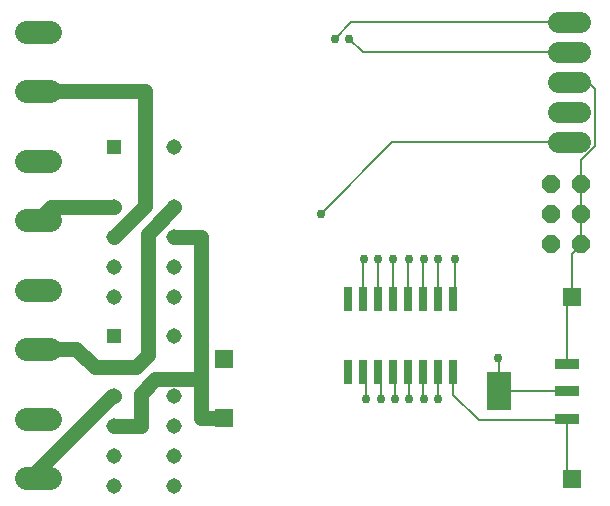
<source format=gbr>
G04 EAGLE Gerber RS-274X export*
G75*
%MOMM*%
%FSLAX34Y34*%
%LPD*%
%INBottom Copper*%
%IPPOS*%
%AMOC8*
5,1,8,0,0,1.08239X$1,22.5*%
G01*
%ADD10R,1.524000X1.524000*%
%ADD11R,2.150000X0.950000*%
%ADD12R,2.150000X3.250000*%
%ADD13R,0.660400X2.032000*%
%ADD14C,1.981200*%
%ADD15C,1.800000*%
%ADD16P,1.649562X8X292.500000*%
%ADD17R,1.308000X1.308000*%
%ADD18C,1.308000*%
%ADD19C,1.270000*%
%ADD20C,0.152400*%
%ADD21C,0.756400*%


D10*
X353380Y98660D03*
X353380Y48660D03*
X647380Y150660D03*
X647380Y-3340D03*
D11*
X643680Y94120D03*
X643680Y71120D03*
X643680Y48120D03*
D12*
X585680Y71120D03*
D13*
X458470Y149098D03*
X458470Y87630D03*
X471170Y149098D03*
X483870Y149098D03*
X471170Y87630D03*
X483870Y87630D03*
X496570Y149098D03*
X496570Y87630D03*
X509270Y149098D03*
X509270Y87630D03*
X521970Y149098D03*
X534670Y149098D03*
X521970Y87630D03*
X534670Y87630D03*
X547370Y149098D03*
X547370Y87630D03*
D14*
X205486Y375666D02*
X185674Y375666D01*
X185674Y325628D02*
X205486Y325628D01*
X205486Y266446D02*
X185674Y266446D01*
X185674Y216408D02*
X205486Y216408D01*
X205486Y157226D02*
X185674Y157226D01*
X185674Y107188D02*
X205486Y107188D01*
X205486Y48006D02*
X185674Y48006D01*
X185674Y-2032D02*
X205486Y-2032D01*
D15*
X636160Y383540D02*
X654160Y383540D01*
X654160Y358140D02*
X636160Y358140D01*
X636160Y332740D02*
X654160Y332740D01*
X654160Y307340D02*
X636160Y307340D01*
X636160Y281940D02*
X654160Y281940D01*
D16*
X629920Y246380D03*
X655320Y246380D03*
X629920Y220980D03*
X655320Y220980D03*
X629920Y195580D03*
X655320Y195580D03*
D17*
X260080Y277860D03*
D18*
X310880Y277860D03*
X260080Y201660D03*
X260080Y150860D03*
X310880Y227060D03*
X310880Y176260D03*
X310880Y201660D03*
X260080Y227060D03*
X260080Y176260D03*
X310880Y150860D03*
D17*
X260080Y117840D03*
D18*
X310880Y117840D03*
X260080Y41640D03*
X260080Y-9160D03*
X310880Y67040D03*
X310880Y16240D03*
X310880Y41640D03*
X260080Y67040D03*
X260080Y16240D03*
X310880Y-9160D03*
D19*
X286512Y325628D02*
X195580Y325628D01*
X286512Y325628D02*
X286512Y228092D01*
X260080Y201660D01*
X310880Y201660D02*
X333248Y201660D01*
X333248Y85344D01*
X333248Y48660D01*
X353380Y48660D01*
X304910Y81454D02*
X304736Y81280D01*
X294640Y81280D01*
X329358Y81454D02*
X333248Y85344D01*
X329358Y81454D02*
X304910Y81454D01*
X294640Y81280D02*
X282448Y69088D01*
X282448Y41640D01*
X260080Y41640D01*
D20*
X643680Y94120D02*
X643680Y146960D01*
X647380Y150660D01*
D21*
X548640Y182880D03*
D20*
X548640Y150368D01*
X547370Y149098D01*
X647380Y150660D02*
X647380Y187640D01*
X655320Y195580D01*
X655320Y220980D01*
X655320Y246380D01*
X655320Y267139D01*
X667058Y278877D01*
X667058Y327152D01*
X661470Y332740D01*
X645160Y332740D01*
X547370Y87630D02*
X547370Y68326D01*
X568960Y46736D01*
X642296Y46736D01*
X643680Y48120D01*
X643680Y360D01*
X647380Y-3340D01*
X643680Y71120D02*
X585680Y71120D01*
D21*
X585216Y99568D03*
D20*
X585680Y99104D01*
X585680Y71120D01*
X645160Y281940D02*
X495300Y281940D01*
X434848Y221488D01*
D21*
X434848Y221488D03*
D20*
X460756Y383540D02*
X645160Y383540D01*
X460756Y383540D02*
X447040Y369824D01*
D21*
X447040Y369824D03*
D20*
X470916Y358140D02*
X645160Y358140D01*
X470916Y358140D02*
X459232Y369824D01*
D21*
X459232Y369824D03*
D19*
X260080Y227060D02*
X206232Y227060D01*
X195580Y216408D01*
X195580Y107188D02*
X228092Y107188D01*
X243840Y91440D01*
X278384Y91440D01*
X288544Y101600D01*
X288544Y204724D02*
X310880Y227060D01*
X288544Y204724D02*
X288544Y101600D01*
D21*
X534416Y65024D03*
D20*
X534416Y87376D01*
X534670Y87630D01*
D19*
X195580Y4572D02*
X195580Y-2032D01*
X195580Y4572D02*
X258048Y67040D01*
X260080Y67040D01*
D21*
X510032Y65024D03*
D20*
X510032Y86868D02*
X509270Y87630D01*
X510032Y86868D02*
X510032Y65024D01*
X471170Y149098D02*
X471170Y182880D01*
X471424Y182880D01*
D21*
X471424Y182880D03*
D20*
X483870Y182880D02*
X483870Y149098D01*
X483870Y182880D02*
X483616Y182880D01*
D21*
X483616Y182880D03*
D20*
X496570Y182118D02*
X496570Y149098D01*
X496570Y182118D02*
X495808Y182880D01*
D21*
X495808Y182880D03*
D20*
X509270Y182118D02*
X509270Y149098D01*
X509270Y182118D02*
X510032Y182880D01*
D21*
X510032Y182880D03*
D20*
X521970Y182626D02*
X521970Y149098D01*
X521970Y182626D02*
X522224Y182880D01*
D21*
X522224Y182880D03*
D20*
X534670Y182626D02*
X534670Y149098D01*
X534670Y182626D02*
X534416Y182880D01*
D21*
X534416Y182880D03*
X522224Y65024D03*
D20*
X521970Y65278D01*
X521970Y87630D01*
D21*
X473456Y65024D03*
D20*
X473456Y85344D01*
X471170Y87630D01*
D21*
X485648Y65024D03*
D20*
X485648Y85852D02*
X483870Y87630D01*
X485648Y85852D02*
X485648Y65024D01*
D21*
X497840Y65024D03*
D20*
X497840Y86360D02*
X496570Y87630D01*
X497840Y86360D02*
X497840Y65024D01*
M02*

</source>
